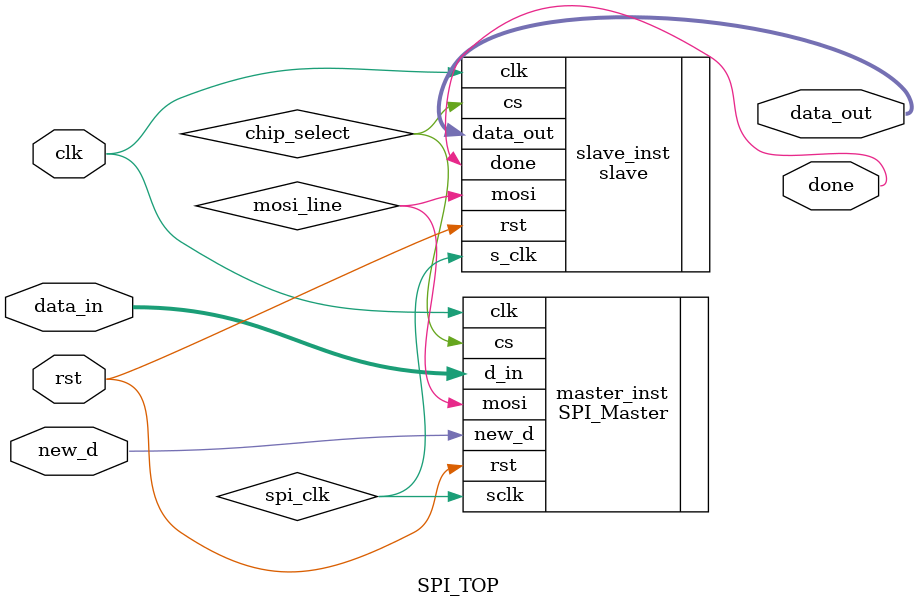
<source format=v>
`timescale 1ns / 1ps

module SPI_TOP (
    input clk,
    input rst,
    input new_d,
    input [10:0] data_in,
    output [10:0] data_out,
    output done
);

    // Internal SPI lines
    wire chip_select;
    wire mosi_line;
    wire spi_clk;

    // Instantiate SPI Master
    SPI_Master master_inst (
        .clk(clk),
        .rst(rst),
        .new_d(new_d),
        .d_in(data_in),
        .cs(chip_select),
        .mosi(mosi_line),
        .sclk(spi_clk)
    );

    // Instantiate SPI Slave
    slave slave_inst (
        .clk(clk),         // System clock (not used internally)
        .rst(rst),
        .cs(chip_select),
        .mosi(mosi_line),
        .s_clk(spi_clk),   // SPI clock from master
        .data_out(data_out),
        .done(done)
    );

endmodule

</source>
